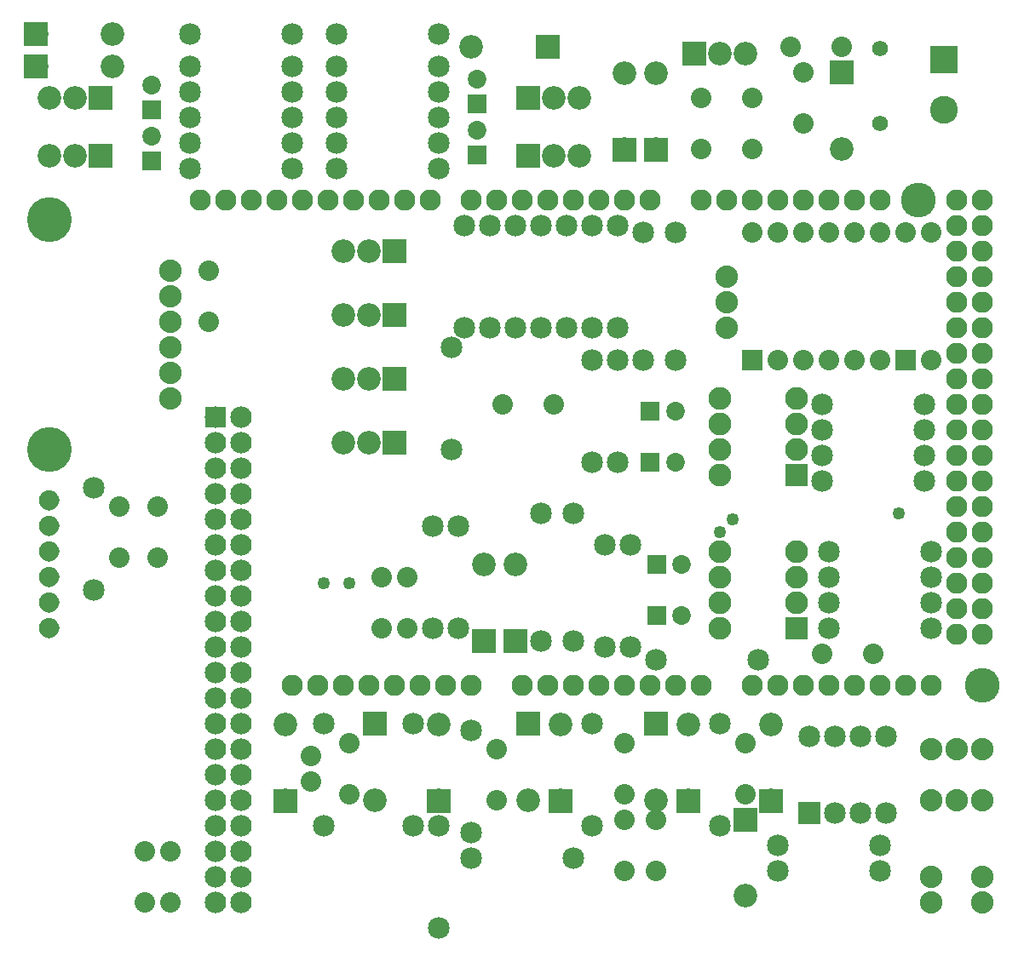
<source format=gts>
G04 MADE WITH FRITZING*
G04 WWW.FRITZING.ORG*
G04 DOUBLE SIDED*
G04 HOLES PLATED*
G04 CONTOUR ON CENTER OF CONTOUR VECTOR*
%ASAXBY*%
%FSLAX23Y23*%
%MOIN*%
%OFA0B0*%
%SFA1.0B1.0*%
%ADD10C,0.049370*%
%ADD11C,0.085000*%
%ADD12C,0.084000*%
%ADD13C,0.082917*%
%ADD14C,0.135984*%
%ADD15C,0.175354*%
%ADD16C,0.092000*%
%ADD17C,0.080000*%
%ADD18C,0.088000*%
%ADD19C,0.061496*%
%ADD20C,0.089370*%
%ADD21C,0.072992*%
%ADD22C,0.109055*%
%ADD23R,0.085000X0.085000*%
%ADD24R,0.084000X0.084000*%
%ADD25R,0.092000X0.092000*%
%ADD26R,0.089370X0.089370*%
%ADD27R,0.072992X0.072992*%
%ADD28R,0.109055X0.109055*%
%ADD29R,0.080000X0.080000*%
%ADD30R,0.001000X0.001000*%
%LNMASK1*%
G90*
G70*
G54D10*
X3466Y1903D03*
G54D11*
X3116Y728D03*
X3116Y1028D03*
X3216Y728D03*
X3216Y1028D03*
X3316Y728D03*
X3316Y1028D03*
X3416Y728D03*
X3416Y1028D03*
G54D12*
X891Y2278D03*
X891Y2178D03*
X891Y2078D03*
X891Y1978D03*
X891Y1878D03*
X891Y1778D03*
X891Y1678D03*
X891Y1578D03*
X891Y1478D03*
X891Y1378D03*
X891Y1278D03*
X891Y1178D03*
X891Y1078D03*
X891Y978D03*
X891Y878D03*
X891Y778D03*
X891Y678D03*
X891Y578D03*
X891Y478D03*
X891Y378D03*
X791Y2278D03*
X791Y2178D03*
X791Y2078D03*
X791Y1978D03*
X791Y1878D03*
X791Y1778D03*
X791Y1678D03*
X791Y1578D03*
X791Y1478D03*
X791Y1378D03*
X791Y1278D03*
X791Y1178D03*
X791Y1078D03*
X791Y978D03*
X791Y878D03*
X791Y778D03*
X791Y678D03*
X791Y578D03*
X791Y478D03*
X791Y378D03*
G54D13*
X2991Y1228D03*
X1391Y1228D03*
X3091Y1228D03*
X3191Y1228D03*
X3291Y1228D03*
X3391Y1228D03*
X3691Y2628D03*
X3491Y1228D03*
X3591Y1228D03*
X1431Y3128D03*
X1991Y1228D03*
X2091Y1228D03*
X2191Y1228D03*
X2291Y1228D03*
X3691Y1828D03*
X2391Y1228D03*
X2491Y1228D03*
X2591Y1228D03*
X2691Y1228D03*
X2191Y3128D03*
X3691Y3028D03*
X3691Y2228D03*
X3691Y1428D03*
X1031Y3128D03*
X1791Y1228D03*
X1791Y3128D03*
X3691Y2828D03*
X3691Y2428D03*
X3691Y2028D03*
X3391Y3128D03*
X3691Y1628D03*
X3291Y3128D03*
X3191Y3128D03*
X3091Y3128D03*
X2991Y3128D03*
X2891Y3128D03*
X2791Y3128D03*
X2691Y3128D03*
X831Y3128D03*
X1231Y3128D03*
X1631Y3128D03*
X1191Y1228D03*
X1591Y1228D03*
X2391Y3128D03*
X1991Y3128D03*
X3691Y3128D03*
X3691Y2928D03*
X3691Y2728D03*
X3691Y2528D03*
X3691Y2328D03*
X3691Y2128D03*
X3691Y1928D03*
X3691Y1728D03*
X3691Y1528D03*
X731Y3128D03*
X931Y3128D03*
X1131Y3128D03*
X1331Y3128D03*
X1531Y3128D03*
X1091Y1228D03*
X1291Y1228D03*
X1491Y1228D03*
X1691Y1228D03*
X2491Y3128D03*
X2291Y3128D03*
X2091Y3128D03*
X1891Y3128D03*
X3791Y3128D03*
X3791Y3028D03*
X3791Y2928D03*
X3791Y2828D03*
X3791Y2728D03*
X3791Y2628D03*
X3791Y2528D03*
X3791Y2428D03*
X3791Y2328D03*
X3791Y2228D03*
X3791Y2128D03*
X3791Y2028D03*
X3791Y1928D03*
X3791Y1828D03*
X3791Y1728D03*
X3791Y1628D03*
X3791Y1528D03*
X3791Y1428D03*
X2891Y1228D03*
G54D14*
X3791Y1228D03*
X3541Y3128D03*
G54D15*
X141Y3053D03*
G54D16*
X1491Y2428D03*
X1391Y2428D03*
X1291Y2428D03*
X1491Y2928D03*
X1391Y2928D03*
X1291Y2928D03*
X1491Y2678D03*
X1391Y2678D03*
X1291Y2678D03*
X1491Y2178D03*
X1391Y2178D03*
X1291Y2178D03*
G54D17*
X1166Y953D03*
X1166Y853D03*
G54D11*
X1216Y678D03*
X1216Y1078D03*
G54D16*
X2516Y3328D03*
X2516Y3626D03*
G54D11*
X316Y2003D03*
X316Y1603D03*
G54D15*
X141Y2153D03*
G54D18*
X616Y2853D03*
X616Y2753D03*
X616Y2653D03*
X616Y2553D03*
X616Y2453D03*
X616Y2353D03*
X3591Y778D03*
X3691Y778D03*
X3791Y778D03*
X3791Y978D03*
X3691Y978D03*
X3591Y978D03*
X2791Y2828D03*
X2791Y2728D03*
X2791Y2628D03*
G54D11*
X2991Y603D03*
X3391Y603D03*
X2991Y503D03*
X3391Y503D03*
G54D18*
X3591Y478D03*
X3591Y378D03*
X3791Y478D03*
X3791Y378D03*
G54D11*
X3591Y1453D03*
X3191Y1453D03*
X2366Y3028D03*
X2366Y2628D03*
X2266Y3028D03*
X2266Y2628D03*
X3566Y2028D03*
X3166Y2028D03*
X3591Y1753D03*
X3191Y1753D03*
X2166Y3028D03*
X2166Y2628D03*
X1716Y2153D03*
X1716Y2553D03*
X3566Y2328D03*
X3166Y2328D03*
G54D16*
X2666Y3703D03*
X2766Y3703D03*
X2866Y3703D03*
G54D17*
X3041Y3728D03*
X3241Y3728D03*
X2891Y3528D03*
X2891Y3328D03*
X3091Y3428D03*
X3091Y3628D03*
X2691Y3528D03*
X2691Y3328D03*
G54D16*
X3241Y3628D03*
X3241Y3330D03*
G54D19*
X3391Y3428D03*
X3391Y3723D03*
X3391Y3428D03*
X3391Y3723D03*
G54D20*
X3066Y1453D03*
X2766Y1453D03*
X3066Y1553D03*
X2766Y1553D03*
X3066Y1653D03*
X2766Y1653D03*
X3066Y1753D03*
X2766Y1753D03*
X3066Y2053D03*
X2766Y2053D03*
X3066Y2153D03*
X2766Y2153D03*
X3066Y2253D03*
X2766Y2253D03*
X3066Y2353D03*
X2766Y2353D03*
G54D11*
X3591Y1553D03*
X3191Y1553D03*
X1866Y3028D03*
X1866Y2628D03*
X1966Y3028D03*
X1966Y2628D03*
X3566Y2128D03*
X3166Y2128D03*
X3591Y1653D03*
X3191Y1653D03*
X2066Y3028D03*
X2066Y2628D03*
X1766Y3028D03*
X1766Y2628D03*
X3566Y2228D03*
X3166Y2228D03*
G54D17*
X3366Y1353D03*
X3166Y1353D03*
G54D11*
X2066Y1403D03*
X2066Y1903D03*
G54D17*
X1916Y2328D03*
X2116Y2328D03*
G54D11*
X2591Y2503D03*
X2591Y3003D03*
X2191Y1903D03*
X2191Y1403D03*
X2466Y3003D03*
X2466Y2503D03*
X2416Y1778D03*
X2416Y1378D03*
X2266Y2103D03*
X2266Y2503D03*
X2316Y1778D03*
X2316Y1378D03*
X2366Y2103D03*
X2366Y2503D03*
G54D21*
X2518Y1703D03*
X2616Y1703D03*
X2493Y2303D03*
X2591Y2303D03*
X2518Y1503D03*
X2616Y1503D03*
X2493Y2103D03*
X2591Y2103D03*
G54D11*
X1741Y1853D03*
X1741Y1453D03*
X2191Y553D03*
X1791Y553D03*
X1666Y678D03*
X1666Y278D03*
G54D17*
X1891Y778D03*
X1891Y978D03*
X516Y578D03*
X516Y378D03*
X1316Y803D03*
X1316Y1003D03*
X616Y578D03*
X616Y378D03*
G54D11*
X1791Y653D03*
X1791Y1053D03*
X1566Y678D03*
X1566Y1078D03*
G54D16*
X2141Y778D03*
X2141Y1076D03*
X1416Y1078D03*
X1416Y780D03*
X1666Y778D03*
X1666Y1076D03*
X1066Y778D03*
X1066Y1076D03*
X1966Y1403D03*
X1966Y1701D03*
X2016Y1078D03*
X2016Y780D03*
G54D17*
X2866Y803D03*
X2866Y1003D03*
X566Y1728D03*
X566Y1928D03*
X2391Y803D03*
X2391Y1003D03*
X766Y2853D03*
X766Y2653D03*
X416Y1728D03*
X416Y1928D03*
X2516Y703D03*
X2516Y503D03*
X2391Y703D03*
X2391Y503D03*
G54D11*
X2766Y678D03*
X2766Y1078D03*
X2266Y678D03*
X2266Y1078D03*
G54D16*
X2966Y778D03*
X2966Y1076D03*
X2641Y778D03*
X2641Y1076D03*
X2866Y703D03*
X2866Y405D03*
X2516Y1078D03*
X2516Y780D03*
G54D11*
X2916Y1328D03*
X2516Y1328D03*
G54D17*
X1441Y1453D03*
X1441Y1653D03*
X1541Y1653D03*
X1541Y1453D03*
G54D11*
X1641Y1853D03*
X1641Y1453D03*
G54D16*
X1841Y1403D03*
X1841Y1701D03*
G54D11*
X1091Y3253D03*
X691Y3253D03*
X1266Y3253D03*
X1666Y3253D03*
X1091Y3553D03*
X691Y3553D03*
X1265Y3552D03*
X1665Y3552D03*
G54D21*
X542Y3281D03*
X542Y3379D03*
X1816Y3305D03*
X1816Y3403D03*
X542Y3481D03*
X542Y3579D03*
X1816Y3505D03*
X1816Y3603D03*
G54D16*
X91Y3653D03*
X389Y3653D03*
X2091Y3728D03*
X1793Y3728D03*
X91Y3778D03*
X389Y3778D03*
X2391Y3328D03*
X2391Y3626D03*
X341Y3303D03*
X241Y3303D03*
X141Y3303D03*
X2016Y3303D03*
X2116Y3303D03*
X2216Y3303D03*
X342Y3529D03*
X242Y3529D03*
X142Y3529D03*
X2016Y3528D03*
X2116Y3528D03*
X2216Y3528D03*
G54D11*
X1091Y3353D03*
X691Y3353D03*
X1265Y3352D03*
X1665Y3352D03*
X1091Y3653D03*
X691Y3653D03*
X1265Y3652D03*
X1665Y3652D03*
X1091Y3453D03*
X691Y3453D03*
X1265Y3452D03*
X1665Y3452D03*
X1091Y3778D03*
X691Y3778D03*
X1266Y3778D03*
X1666Y3778D03*
G54D22*
X3641Y3678D03*
X3641Y3481D03*
G54D10*
X2816Y1878D03*
X2766Y1828D03*
X1216Y1628D03*
X1316Y1628D03*
G54D17*
X3591Y3003D03*
X3591Y2503D03*
X3491Y3003D03*
X3491Y2503D03*
X3391Y3003D03*
X3391Y2503D03*
X3291Y3003D03*
X3291Y2503D03*
X3191Y3003D03*
X3191Y2503D03*
X3091Y3003D03*
X3091Y2503D03*
X2991Y3003D03*
X2991Y2503D03*
X2891Y3003D03*
X2891Y2503D03*
G54D23*
X3116Y728D03*
G54D24*
X791Y2278D03*
G54D25*
X1491Y2428D03*
X1491Y2928D03*
X1491Y2678D03*
X1491Y2178D03*
X2516Y3327D03*
X2666Y3703D03*
X3241Y3629D03*
G54D26*
X3066Y1453D03*
X3066Y2053D03*
G54D27*
X2518Y1703D03*
X2493Y2303D03*
X2518Y1503D03*
X2493Y2103D03*
G54D25*
X2141Y777D03*
X1416Y1079D03*
X1666Y777D03*
X1066Y777D03*
X1966Y1402D03*
X2016Y1079D03*
X2966Y777D03*
X2641Y777D03*
X2866Y704D03*
X2516Y1079D03*
X1841Y1402D03*
G54D27*
X542Y3281D03*
X1816Y3305D03*
X542Y3481D03*
X1816Y3505D03*
G54D25*
X90Y3653D03*
X2092Y3728D03*
X90Y3778D03*
X2391Y3327D03*
X341Y3303D03*
X2016Y3303D03*
X342Y3529D03*
X2016Y3528D03*
G54D28*
X3641Y3678D03*
G54D29*
X2891Y2503D03*
X3491Y2503D03*
G54D30*
X136Y1993D02*
X146Y1993D01*
X132Y1992D02*
X150Y1992D01*
X129Y1991D02*
X153Y1991D01*
X126Y1990D02*
X155Y1990D01*
X124Y1989D02*
X157Y1989D01*
X123Y1988D02*
X159Y1988D01*
X121Y1987D02*
X160Y1987D01*
X120Y1986D02*
X162Y1986D01*
X118Y1985D02*
X163Y1985D01*
X117Y1984D02*
X164Y1984D01*
X116Y1983D02*
X166Y1983D01*
X115Y1982D02*
X167Y1982D01*
X114Y1981D02*
X168Y1981D01*
X113Y1980D02*
X169Y1980D01*
X112Y1979D02*
X170Y1979D01*
X111Y1978D02*
X170Y1978D01*
X110Y1977D02*
X171Y1977D01*
X109Y1976D02*
X172Y1976D01*
X109Y1975D02*
X173Y1975D01*
X108Y1974D02*
X173Y1974D01*
X107Y1973D02*
X174Y1973D01*
X107Y1972D02*
X175Y1972D01*
X106Y1971D02*
X175Y1971D01*
X106Y1970D02*
X176Y1970D01*
X105Y1969D02*
X176Y1969D01*
X105Y1968D02*
X177Y1968D01*
X104Y1967D02*
X177Y1967D01*
X104Y1966D02*
X178Y1966D01*
X103Y1965D02*
X178Y1965D01*
X103Y1964D02*
X178Y1964D01*
X103Y1963D02*
X179Y1963D01*
X102Y1962D02*
X179Y1962D01*
X102Y1961D02*
X179Y1961D01*
X102Y1960D02*
X179Y1960D01*
X102Y1959D02*
X180Y1959D01*
X102Y1958D02*
X180Y1958D01*
X101Y1957D02*
X180Y1957D01*
X101Y1956D02*
X180Y1956D01*
X101Y1955D02*
X180Y1955D01*
X101Y1954D02*
X180Y1954D01*
X101Y1953D02*
X180Y1953D01*
X101Y1952D02*
X180Y1952D01*
X101Y1951D02*
X180Y1951D01*
X101Y1950D02*
X180Y1950D01*
X102Y1949D02*
X180Y1949D01*
X102Y1948D02*
X180Y1948D01*
X102Y1947D02*
X179Y1947D01*
X102Y1946D02*
X179Y1946D01*
X102Y1945D02*
X179Y1945D01*
X103Y1944D02*
X179Y1944D01*
X103Y1943D02*
X178Y1943D01*
X103Y1942D02*
X178Y1942D01*
X104Y1941D02*
X178Y1941D01*
X104Y1940D02*
X177Y1940D01*
X105Y1939D02*
X177Y1939D01*
X105Y1938D02*
X176Y1938D01*
X106Y1937D02*
X176Y1937D01*
X106Y1936D02*
X175Y1936D01*
X107Y1935D02*
X175Y1935D01*
X107Y1934D02*
X174Y1934D01*
X108Y1933D02*
X173Y1933D01*
X109Y1932D02*
X173Y1932D01*
X109Y1931D02*
X172Y1931D01*
X110Y1930D02*
X171Y1930D01*
X111Y1929D02*
X170Y1929D01*
X112Y1928D02*
X169Y1928D01*
X113Y1927D02*
X169Y1927D01*
X114Y1926D02*
X168Y1926D01*
X115Y1925D02*
X167Y1925D01*
X116Y1924D02*
X165Y1924D01*
X117Y1923D02*
X164Y1923D01*
X118Y1922D02*
X163Y1922D01*
X120Y1921D02*
X162Y1921D01*
X121Y1920D02*
X160Y1920D01*
X123Y1919D02*
X159Y1919D01*
X125Y1918D02*
X157Y1918D01*
X126Y1917D02*
X155Y1917D01*
X129Y1916D02*
X153Y1916D01*
X132Y1915D02*
X150Y1915D01*
X136Y1914D02*
X145Y1914D01*
X136Y1893D02*
X146Y1893D01*
X132Y1892D02*
X150Y1892D01*
X129Y1891D02*
X153Y1891D01*
X126Y1890D02*
X155Y1890D01*
X124Y1889D02*
X157Y1889D01*
X123Y1888D02*
X159Y1888D01*
X121Y1887D02*
X160Y1887D01*
X120Y1886D02*
X162Y1886D01*
X118Y1885D02*
X163Y1885D01*
X117Y1884D02*
X164Y1884D01*
X116Y1883D02*
X166Y1883D01*
X115Y1882D02*
X167Y1882D01*
X114Y1881D02*
X168Y1881D01*
X113Y1880D02*
X169Y1880D01*
X112Y1879D02*
X170Y1879D01*
X111Y1878D02*
X170Y1878D01*
X110Y1877D02*
X171Y1877D01*
X109Y1876D02*
X172Y1876D01*
X109Y1875D02*
X173Y1875D01*
X108Y1874D02*
X173Y1874D01*
X107Y1873D02*
X174Y1873D01*
X107Y1872D02*
X175Y1872D01*
X106Y1871D02*
X175Y1871D01*
X106Y1870D02*
X176Y1870D01*
X105Y1869D02*
X176Y1869D01*
X105Y1868D02*
X177Y1868D01*
X104Y1867D02*
X177Y1867D01*
X104Y1866D02*
X178Y1866D01*
X103Y1865D02*
X178Y1865D01*
X103Y1864D02*
X178Y1864D01*
X103Y1863D02*
X179Y1863D01*
X102Y1862D02*
X179Y1862D01*
X102Y1861D02*
X179Y1861D01*
X102Y1860D02*
X179Y1860D01*
X102Y1859D02*
X180Y1859D01*
X102Y1858D02*
X180Y1858D01*
X101Y1857D02*
X180Y1857D01*
X101Y1856D02*
X180Y1856D01*
X101Y1855D02*
X180Y1855D01*
X101Y1854D02*
X180Y1854D01*
X101Y1853D02*
X180Y1853D01*
X101Y1852D02*
X180Y1852D01*
X101Y1851D02*
X180Y1851D01*
X101Y1850D02*
X180Y1850D01*
X102Y1849D02*
X180Y1849D01*
X102Y1848D02*
X180Y1848D01*
X102Y1847D02*
X179Y1847D01*
X102Y1846D02*
X179Y1846D01*
X102Y1845D02*
X179Y1845D01*
X103Y1844D02*
X179Y1844D01*
X103Y1843D02*
X178Y1843D01*
X103Y1842D02*
X178Y1842D01*
X104Y1841D02*
X178Y1841D01*
X104Y1840D02*
X177Y1840D01*
X105Y1839D02*
X177Y1839D01*
X105Y1838D02*
X176Y1838D01*
X106Y1837D02*
X176Y1837D01*
X106Y1836D02*
X175Y1836D01*
X107Y1835D02*
X175Y1835D01*
X107Y1834D02*
X174Y1834D01*
X108Y1833D02*
X173Y1833D01*
X109Y1832D02*
X173Y1832D01*
X109Y1831D02*
X172Y1831D01*
X110Y1830D02*
X171Y1830D01*
X111Y1829D02*
X170Y1829D01*
X112Y1828D02*
X169Y1828D01*
X113Y1827D02*
X169Y1827D01*
X114Y1826D02*
X168Y1826D01*
X115Y1825D02*
X167Y1825D01*
X116Y1824D02*
X165Y1824D01*
X117Y1823D02*
X164Y1823D01*
X118Y1822D02*
X163Y1822D01*
X120Y1821D02*
X162Y1821D01*
X121Y1820D02*
X160Y1820D01*
X123Y1819D02*
X159Y1819D01*
X125Y1818D02*
X157Y1818D01*
X126Y1817D02*
X155Y1817D01*
X129Y1816D02*
X153Y1816D01*
X132Y1815D02*
X150Y1815D01*
X136Y1814D02*
X145Y1814D01*
X136Y1793D02*
X146Y1793D01*
X132Y1792D02*
X150Y1792D01*
X129Y1791D02*
X153Y1791D01*
X126Y1790D02*
X155Y1790D01*
X124Y1789D02*
X157Y1789D01*
X123Y1788D02*
X159Y1788D01*
X121Y1787D02*
X160Y1787D01*
X120Y1786D02*
X162Y1786D01*
X118Y1785D02*
X163Y1785D01*
X117Y1784D02*
X164Y1784D01*
X116Y1783D02*
X166Y1783D01*
X115Y1782D02*
X167Y1782D01*
X114Y1781D02*
X168Y1781D01*
X113Y1780D02*
X169Y1780D01*
X112Y1779D02*
X170Y1779D01*
X111Y1778D02*
X170Y1778D01*
X110Y1777D02*
X171Y1777D01*
X109Y1776D02*
X172Y1776D01*
X109Y1775D02*
X173Y1775D01*
X108Y1774D02*
X173Y1774D01*
X107Y1773D02*
X174Y1773D01*
X107Y1772D02*
X175Y1772D01*
X106Y1771D02*
X175Y1771D01*
X106Y1770D02*
X176Y1770D01*
X105Y1769D02*
X176Y1769D01*
X105Y1768D02*
X177Y1768D01*
X104Y1767D02*
X177Y1767D01*
X104Y1766D02*
X178Y1766D01*
X103Y1765D02*
X178Y1765D01*
X103Y1764D02*
X178Y1764D01*
X103Y1763D02*
X179Y1763D01*
X102Y1762D02*
X179Y1762D01*
X102Y1761D02*
X179Y1761D01*
X102Y1760D02*
X179Y1760D01*
X102Y1759D02*
X180Y1759D01*
X102Y1758D02*
X180Y1758D01*
X101Y1757D02*
X180Y1757D01*
X101Y1756D02*
X180Y1756D01*
X101Y1755D02*
X180Y1755D01*
X101Y1754D02*
X180Y1754D01*
X101Y1753D02*
X180Y1753D01*
X101Y1752D02*
X180Y1752D01*
X101Y1751D02*
X180Y1751D01*
X101Y1750D02*
X180Y1750D01*
X102Y1749D02*
X180Y1749D01*
X102Y1748D02*
X180Y1748D01*
X102Y1747D02*
X179Y1747D01*
X102Y1746D02*
X179Y1746D01*
X102Y1745D02*
X179Y1745D01*
X103Y1744D02*
X179Y1744D01*
X103Y1743D02*
X178Y1743D01*
X103Y1742D02*
X178Y1742D01*
X104Y1741D02*
X178Y1741D01*
X104Y1740D02*
X177Y1740D01*
X105Y1739D02*
X177Y1739D01*
X105Y1738D02*
X176Y1738D01*
X106Y1737D02*
X176Y1737D01*
X106Y1736D02*
X175Y1736D01*
X107Y1735D02*
X175Y1735D01*
X107Y1734D02*
X174Y1734D01*
X108Y1733D02*
X173Y1733D01*
X109Y1732D02*
X173Y1732D01*
X109Y1731D02*
X172Y1731D01*
X110Y1730D02*
X171Y1730D01*
X111Y1729D02*
X170Y1729D01*
X112Y1728D02*
X169Y1728D01*
X113Y1727D02*
X169Y1727D01*
X114Y1726D02*
X168Y1726D01*
X115Y1725D02*
X167Y1725D01*
X116Y1724D02*
X165Y1724D01*
X117Y1723D02*
X164Y1723D01*
X118Y1722D02*
X163Y1722D01*
X120Y1721D02*
X162Y1721D01*
X121Y1720D02*
X160Y1720D01*
X123Y1719D02*
X159Y1719D01*
X125Y1718D02*
X157Y1718D01*
X126Y1717D02*
X155Y1717D01*
X129Y1716D02*
X153Y1716D01*
X132Y1715D02*
X150Y1715D01*
X136Y1714D02*
X145Y1714D01*
X136Y1693D02*
X146Y1693D01*
X132Y1692D02*
X150Y1692D01*
X129Y1691D02*
X153Y1691D01*
X126Y1690D02*
X155Y1690D01*
X124Y1689D02*
X157Y1689D01*
X123Y1688D02*
X159Y1688D01*
X121Y1687D02*
X160Y1687D01*
X120Y1686D02*
X162Y1686D01*
X118Y1685D02*
X163Y1685D01*
X117Y1684D02*
X164Y1684D01*
X116Y1683D02*
X166Y1683D01*
X115Y1682D02*
X167Y1682D01*
X114Y1681D02*
X168Y1681D01*
X113Y1680D02*
X169Y1680D01*
X112Y1679D02*
X170Y1679D01*
X111Y1678D02*
X170Y1678D01*
X110Y1677D02*
X171Y1677D01*
X109Y1676D02*
X172Y1676D01*
X109Y1675D02*
X173Y1675D01*
X108Y1674D02*
X173Y1674D01*
X107Y1673D02*
X174Y1673D01*
X107Y1672D02*
X175Y1672D01*
X106Y1671D02*
X175Y1671D01*
X106Y1670D02*
X176Y1670D01*
X105Y1669D02*
X176Y1669D01*
X105Y1668D02*
X177Y1668D01*
X104Y1667D02*
X177Y1667D01*
X104Y1666D02*
X178Y1666D01*
X103Y1665D02*
X178Y1665D01*
X103Y1664D02*
X178Y1664D01*
X103Y1663D02*
X179Y1663D01*
X102Y1662D02*
X179Y1662D01*
X102Y1661D02*
X179Y1661D01*
X102Y1660D02*
X179Y1660D01*
X102Y1659D02*
X180Y1659D01*
X102Y1658D02*
X180Y1658D01*
X101Y1657D02*
X180Y1657D01*
X101Y1656D02*
X180Y1656D01*
X101Y1655D02*
X180Y1655D01*
X101Y1654D02*
X180Y1654D01*
X101Y1653D02*
X180Y1653D01*
X101Y1652D02*
X180Y1652D01*
X101Y1651D02*
X180Y1651D01*
X101Y1650D02*
X180Y1650D01*
X102Y1649D02*
X180Y1649D01*
X102Y1648D02*
X180Y1648D01*
X102Y1647D02*
X179Y1647D01*
X102Y1646D02*
X179Y1646D01*
X102Y1645D02*
X179Y1645D01*
X103Y1644D02*
X179Y1644D01*
X103Y1643D02*
X178Y1643D01*
X103Y1642D02*
X178Y1642D01*
X104Y1641D02*
X178Y1641D01*
X104Y1640D02*
X177Y1640D01*
X105Y1639D02*
X177Y1639D01*
X105Y1638D02*
X176Y1638D01*
X106Y1637D02*
X176Y1637D01*
X106Y1636D02*
X175Y1636D01*
X107Y1635D02*
X175Y1635D01*
X107Y1634D02*
X174Y1634D01*
X108Y1633D02*
X173Y1633D01*
X109Y1632D02*
X173Y1632D01*
X109Y1631D02*
X172Y1631D01*
X110Y1630D02*
X171Y1630D01*
X111Y1629D02*
X170Y1629D01*
X112Y1628D02*
X169Y1628D01*
X113Y1627D02*
X169Y1627D01*
X114Y1626D02*
X168Y1626D01*
X115Y1625D02*
X167Y1625D01*
X116Y1624D02*
X165Y1624D01*
X117Y1623D02*
X164Y1623D01*
X118Y1622D02*
X163Y1622D01*
X120Y1621D02*
X162Y1621D01*
X121Y1620D02*
X160Y1620D01*
X123Y1619D02*
X159Y1619D01*
X125Y1618D02*
X157Y1618D01*
X126Y1617D02*
X155Y1617D01*
X129Y1616D02*
X153Y1616D01*
X132Y1615D02*
X150Y1615D01*
X136Y1614D02*
X145Y1614D01*
X136Y1593D02*
X146Y1593D01*
X132Y1592D02*
X150Y1592D01*
X129Y1591D02*
X153Y1591D01*
X126Y1590D02*
X155Y1590D01*
X124Y1589D02*
X157Y1589D01*
X123Y1588D02*
X159Y1588D01*
X121Y1587D02*
X160Y1587D01*
X120Y1586D02*
X162Y1586D01*
X118Y1585D02*
X163Y1585D01*
X117Y1584D02*
X164Y1584D01*
X116Y1583D02*
X166Y1583D01*
X115Y1582D02*
X167Y1582D01*
X114Y1581D02*
X168Y1581D01*
X113Y1580D02*
X169Y1580D01*
X112Y1579D02*
X170Y1579D01*
X111Y1578D02*
X170Y1578D01*
X110Y1577D02*
X171Y1577D01*
X109Y1576D02*
X172Y1576D01*
X109Y1575D02*
X173Y1575D01*
X108Y1574D02*
X173Y1574D01*
X107Y1573D02*
X174Y1573D01*
X107Y1572D02*
X175Y1572D01*
X106Y1571D02*
X175Y1571D01*
X106Y1570D02*
X176Y1570D01*
X105Y1569D02*
X176Y1569D01*
X105Y1568D02*
X177Y1568D01*
X104Y1567D02*
X177Y1567D01*
X104Y1566D02*
X178Y1566D01*
X103Y1565D02*
X178Y1565D01*
X103Y1564D02*
X178Y1564D01*
X103Y1563D02*
X179Y1563D01*
X102Y1562D02*
X179Y1562D01*
X102Y1561D02*
X179Y1561D01*
X102Y1560D02*
X179Y1560D01*
X102Y1559D02*
X180Y1559D01*
X102Y1558D02*
X180Y1558D01*
X101Y1557D02*
X180Y1557D01*
X101Y1556D02*
X180Y1556D01*
X101Y1555D02*
X180Y1555D01*
X101Y1554D02*
X180Y1554D01*
X101Y1553D02*
X180Y1553D01*
X101Y1552D02*
X180Y1552D01*
X101Y1551D02*
X180Y1551D01*
X101Y1550D02*
X180Y1550D01*
X102Y1549D02*
X180Y1549D01*
X102Y1548D02*
X180Y1548D01*
X102Y1547D02*
X179Y1547D01*
X102Y1546D02*
X179Y1546D01*
X102Y1545D02*
X179Y1545D01*
X103Y1544D02*
X179Y1544D01*
X103Y1543D02*
X178Y1543D01*
X103Y1542D02*
X178Y1542D01*
X104Y1541D02*
X178Y1541D01*
X104Y1540D02*
X177Y1540D01*
X105Y1539D02*
X177Y1539D01*
X105Y1538D02*
X176Y1538D01*
X106Y1537D02*
X176Y1537D01*
X106Y1536D02*
X175Y1536D01*
X107Y1535D02*
X175Y1535D01*
X107Y1534D02*
X174Y1534D01*
X108Y1533D02*
X173Y1533D01*
X109Y1532D02*
X173Y1532D01*
X109Y1531D02*
X172Y1531D01*
X110Y1530D02*
X171Y1530D01*
X111Y1529D02*
X170Y1529D01*
X112Y1528D02*
X169Y1528D01*
X113Y1527D02*
X169Y1527D01*
X114Y1526D02*
X168Y1526D01*
X115Y1525D02*
X167Y1525D01*
X116Y1524D02*
X165Y1524D01*
X117Y1523D02*
X164Y1523D01*
X118Y1522D02*
X163Y1522D01*
X120Y1521D02*
X162Y1521D01*
X121Y1520D02*
X160Y1520D01*
X123Y1519D02*
X159Y1519D01*
X125Y1518D02*
X157Y1518D01*
X126Y1517D02*
X155Y1517D01*
X129Y1516D02*
X153Y1516D01*
X132Y1515D02*
X150Y1515D01*
X136Y1514D02*
X145Y1514D01*
X136Y1493D02*
X146Y1493D01*
X132Y1492D02*
X150Y1492D01*
X129Y1491D02*
X153Y1491D01*
X126Y1490D02*
X155Y1490D01*
X124Y1489D02*
X157Y1489D01*
X123Y1488D02*
X159Y1488D01*
X121Y1487D02*
X160Y1487D01*
X120Y1486D02*
X162Y1486D01*
X118Y1485D02*
X163Y1485D01*
X117Y1484D02*
X164Y1484D01*
X116Y1483D02*
X166Y1483D01*
X115Y1482D02*
X167Y1482D01*
X114Y1481D02*
X168Y1481D01*
X113Y1480D02*
X169Y1480D01*
X112Y1479D02*
X170Y1479D01*
X111Y1478D02*
X170Y1478D01*
X110Y1477D02*
X171Y1477D01*
X109Y1476D02*
X172Y1476D01*
X109Y1475D02*
X173Y1475D01*
X108Y1474D02*
X173Y1474D01*
X107Y1473D02*
X174Y1473D01*
X107Y1472D02*
X175Y1472D01*
X106Y1471D02*
X175Y1471D01*
X106Y1470D02*
X176Y1470D01*
X105Y1469D02*
X176Y1469D01*
X105Y1468D02*
X177Y1468D01*
X104Y1467D02*
X177Y1467D01*
X104Y1466D02*
X178Y1466D01*
X103Y1465D02*
X178Y1465D01*
X103Y1464D02*
X178Y1464D01*
X103Y1463D02*
X179Y1463D01*
X102Y1462D02*
X179Y1462D01*
X102Y1461D02*
X179Y1461D01*
X102Y1460D02*
X179Y1460D01*
X102Y1459D02*
X180Y1459D01*
X102Y1458D02*
X180Y1458D01*
X101Y1457D02*
X180Y1457D01*
X101Y1456D02*
X180Y1456D01*
X101Y1455D02*
X180Y1455D01*
X101Y1454D02*
X180Y1454D01*
X101Y1453D02*
X180Y1453D01*
X101Y1452D02*
X180Y1452D01*
X101Y1451D02*
X180Y1451D01*
X101Y1450D02*
X180Y1450D01*
X102Y1449D02*
X180Y1449D01*
X102Y1448D02*
X180Y1448D01*
X102Y1447D02*
X179Y1447D01*
X102Y1446D02*
X179Y1446D01*
X102Y1445D02*
X179Y1445D01*
X103Y1444D02*
X179Y1444D01*
X103Y1443D02*
X178Y1443D01*
X103Y1442D02*
X178Y1442D01*
X104Y1441D02*
X178Y1441D01*
X104Y1440D02*
X177Y1440D01*
X105Y1439D02*
X177Y1439D01*
X105Y1438D02*
X176Y1438D01*
X106Y1437D02*
X176Y1437D01*
X106Y1436D02*
X175Y1436D01*
X107Y1435D02*
X175Y1435D01*
X107Y1434D02*
X174Y1434D01*
X108Y1433D02*
X173Y1433D01*
X109Y1432D02*
X173Y1432D01*
X109Y1431D02*
X172Y1431D01*
X110Y1430D02*
X171Y1430D01*
X111Y1429D02*
X170Y1429D01*
X112Y1428D02*
X169Y1428D01*
X113Y1427D02*
X169Y1427D01*
X114Y1426D02*
X168Y1426D01*
X115Y1425D02*
X167Y1425D01*
X116Y1424D02*
X165Y1424D01*
X117Y1423D02*
X164Y1423D01*
X118Y1422D02*
X163Y1422D01*
X120Y1421D02*
X162Y1421D01*
X121Y1420D02*
X160Y1420D01*
X123Y1419D02*
X159Y1419D01*
X125Y1418D02*
X157Y1418D01*
X126Y1417D02*
X155Y1417D01*
X129Y1416D02*
X153Y1416D01*
X132Y1415D02*
X150Y1415D01*
X136Y1414D02*
X145Y1414D01*
D02*
G04 End of Mask1*
M02*
</source>
